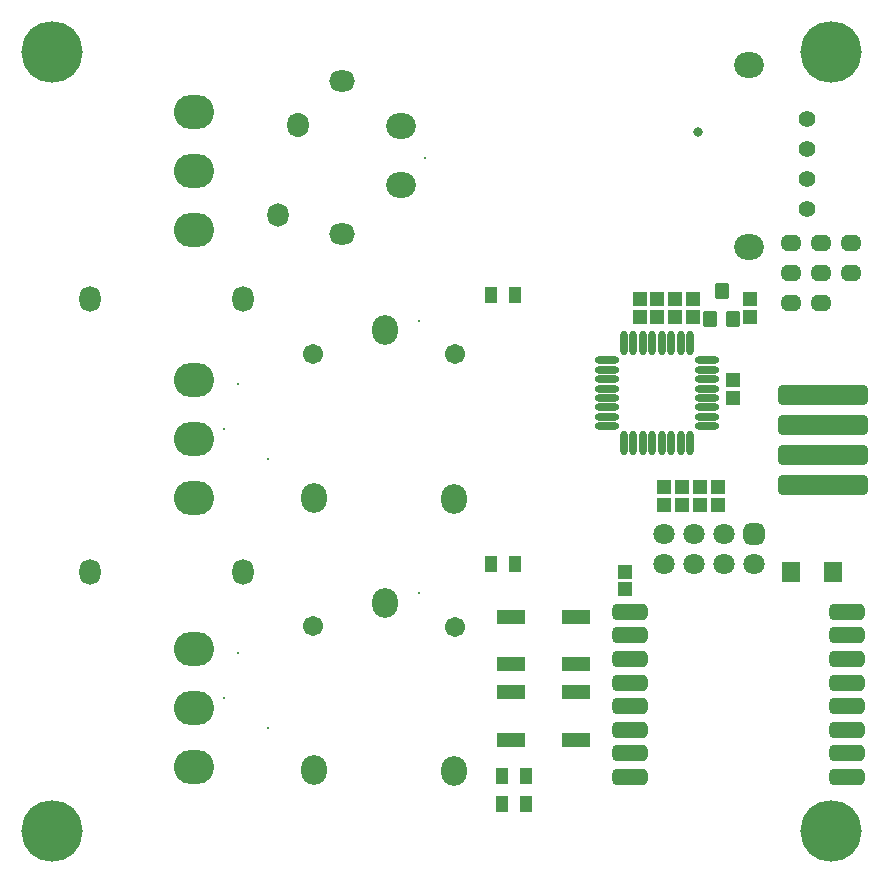
<source format=gts>
G04 Layer_Color=8388736*
%FSLAX44Y44*%
%MOMM*%
G71*
G01*
G75*
%ADD66O,2.0500X0.6500*%
G04:AMPARAMS|DCode=67|XSize=1.7272mm|YSize=7.7032mm|CornerRadius=0.4826mm|HoleSize=0mm|Usage=FLASHONLY|Rotation=90.000|XOffset=0mm|YOffset=0mm|HoleType=Round|Shape=RoundedRectangle|*
%AMROUNDEDRECTD67*
21,1,1.7272,6.7380,0,0,90.0*
21,1,0.7620,7.7032,0,0,90.0*
1,1,0.9652,3.3690,0.3810*
1,1,0.9652,3.3690,-0.3810*
1,1,0.9652,-3.3690,-0.3810*
1,1,0.9652,-3.3690,0.3810*
%
%ADD67ROUNDEDRECTD67*%
%ADD68R,1.1032X1.4032*%
%ADD69R,2.4532X1.2032*%
%ADD70O,0.6500X2.0500*%
%ADD71R,1.2032X1.2032*%
G04:AMPARAMS|DCode=72|XSize=1.2032mm|YSize=1.4032mm|CornerRadius=0.2266mm|HoleSize=0mm|Usage=FLASHONLY|Rotation=180.000|XOffset=0mm|YOffset=0mm|HoleType=Round|Shape=RoundedRectangle|*
%AMROUNDEDRECTD72*
21,1,1.2032,0.9500,0,0,180.0*
21,1,0.7500,1.4032,0,0,180.0*
1,1,0.4532,-0.3750,0.4750*
1,1,0.4532,0.3750,0.4750*
1,1,0.4532,0.3750,-0.4750*
1,1,0.4532,-0.3750,-0.4750*
%
%ADD72ROUNDEDRECTD72*%
G04:AMPARAMS|DCode=73|XSize=3.0032mm|YSize=1.4032mm|CornerRadius=0.4016mm|HoleSize=0mm|Usage=FLASHONLY|Rotation=180.000|XOffset=0mm|YOffset=0mm|HoleType=Round|Shape=RoundedRectangle|*
%AMROUNDEDRECTD73*
21,1,3.0032,0.6000,0,0,180.0*
21,1,2.2000,1.4032,0,0,180.0*
1,1,0.8032,-1.1000,0.3000*
1,1,0.8032,1.1000,0.3000*
1,1,0.8032,1.1000,-0.3000*
1,1,0.8032,-1.1000,-0.3000*
%
%ADD73ROUNDEDRECTD73*%
%ADD74R,1.5032X1.8032*%
%ADD75C,0.2032*%
%ADD76O,1.8032X2.2032*%
%ADD77C,5.2032*%
%ADD78O,3.4032X2.9032*%
%ADD79C,1.4032*%
%ADD80C,1.4040*%
%ADD81O,2.2032X1.8032*%
%ADD82O,1.8032X2.0032*%
%ADD83O,1.8032X2.1032*%
%ADD84O,2.5032X2.2032*%
%ADD85C,1.8032*%
G04:AMPARAMS|DCode=86|XSize=1.8032mm|YSize=1.8032mm|CornerRadius=0.5016mm|HoleSize=0mm|Usage=FLASHONLY|Rotation=0.000|XOffset=0mm|YOffset=0mm|HoleType=Round|Shape=RoundedRectangle|*
%AMROUNDEDRECTD86*
21,1,1.8032,0.8000,0,0,0.0*
21,1,0.8000,1.8032,0,0,0.0*
1,1,1.0032,0.4000,-0.4000*
1,1,1.0032,-0.4000,-0.4000*
1,1,1.0032,-0.4000,0.4000*
1,1,1.0032,0.4000,0.4000*
%
%ADD86ROUNDEDRECTD86*%
%ADD87O,1.8032X1.4032*%
%ADD88O,2.2032X2.5032*%
%ADD89C,1.7032*%
%ADD90C,0.8032*%
D66*
X504870Y433800D02*
D03*
Y425800D02*
D03*
Y417800D02*
D03*
Y409800D02*
D03*
Y401800D02*
D03*
X504870Y393800D02*
D03*
Y385800D02*
D03*
X504870Y377800D02*
D03*
X589870Y377800D02*
D03*
Y385800D02*
D03*
Y393800D02*
D03*
Y401800D02*
D03*
Y409800D02*
D03*
X589870Y417800D02*
D03*
X589870Y425800D02*
D03*
Y433800D02*
D03*
D67*
X687832Y327932D02*
D03*
Y353332D02*
D03*
Y378732D02*
D03*
Y404132D02*
D03*
D68*
X406854Y488950D02*
D03*
X426854D02*
D03*
X416466Y81788D02*
D03*
X436466D02*
D03*
X416466Y57658D02*
D03*
X436466D02*
D03*
X406854Y260858D02*
D03*
X426854D02*
D03*
D69*
X478604Y152588D02*
D03*
X423604D02*
D03*
Y112588D02*
D03*
X478604D02*
D03*
Y176596D02*
D03*
X423604D02*
D03*
Y216596D02*
D03*
X478604D02*
D03*
D70*
X519370Y363300D02*
D03*
X527370Y363300D02*
D03*
X535370Y363300D02*
D03*
X543370D02*
D03*
X551370D02*
D03*
X559370D02*
D03*
X567370D02*
D03*
X575370D02*
D03*
Y448300D02*
D03*
X567370D02*
D03*
X559370D02*
D03*
X551370D02*
D03*
X543370D02*
D03*
X535370D02*
D03*
X527370D02*
D03*
X519370D02*
D03*
D71*
X532638Y485274D02*
D03*
Y470274D02*
D03*
X547624Y485274D02*
D03*
Y470274D02*
D03*
X562864Y485274D02*
D03*
Y470274D02*
D03*
X577850Y485274D02*
D03*
Y470274D02*
D03*
X626110Y470274D02*
D03*
Y485274D02*
D03*
X611886Y416948D02*
D03*
Y401948D02*
D03*
X520446Y239896D02*
D03*
Y254896D02*
D03*
X553212Y326524D02*
D03*
Y311524D02*
D03*
X568706Y326524D02*
D03*
Y311524D02*
D03*
X583692Y326524D02*
D03*
Y311524D02*
D03*
X598678Y326524D02*
D03*
Y311524D02*
D03*
D72*
X612012Y468568D02*
D03*
X602012Y492568D02*
D03*
X592012Y468568D02*
D03*
D73*
X708204Y80876D02*
D03*
Y100876D02*
D03*
Y120876D02*
D03*
Y140876D02*
D03*
Y160876D02*
D03*
Y180876D02*
D03*
Y200876D02*
D03*
Y220876D02*
D03*
X524204Y80876D02*
D03*
Y100876D02*
D03*
Y120876D02*
D03*
Y140876D02*
D03*
Y160876D02*
D03*
Y180876D02*
D03*
Y200876D02*
D03*
Y220876D02*
D03*
D74*
X660688Y254254D02*
D03*
X696688D02*
D03*
D75*
X217678Y349758D02*
D03*
Y122174D02*
D03*
X180848Y375832D02*
D03*
X192532Y413932D02*
D03*
Y186182D02*
D03*
X180848Y148082D02*
D03*
X350774Y604774D02*
D03*
X345948Y467140D02*
D03*
Y236728D02*
D03*
D76*
X66826Y486000D02*
D03*
X196826D02*
D03*
Y254508D02*
D03*
X66826D02*
D03*
D77*
X34998Y34998D02*
D03*
Y694998D02*
D03*
X694998D02*
D03*
X694998Y34998D02*
D03*
D78*
X155194Y139238D02*
D03*
Y189238D02*
D03*
Y89238D02*
D03*
Y316988D02*
D03*
Y416988D02*
D03*
Y366988D02*
D03*
Y594238D02*
D03*
Y644238D02*
D03*
Y544238D02*
D03*
D79*
X674624Y562102D02*
D03*
Y587502D02*
D03*
Y612902D02*
D03*
D80*
Y638302D02*
D03*
D81*
X280924Y540536D02*
D03*
Y670536D02*
D03*
D82*
X226704Y557122D02*
D03*
D83*
X243704Y633122D02*
D03*
D84*
X330774Y581806D02*
D03*
Y631806D02*
D03*
X624774Y529806D02*
D03*
Y683806D02*
D03*
D85*
X604266Y260858D02*
D03*
Y286258D02*
D03*
X629666Y260858D02*
D03*
X578866Y286258D02*
D03*
Y260858D02*
D03*
X553466Y286258D02*
D03*
Y260858D02*
D03*
D86*
X629666Y286258D02*
D03*
D87*
X660400Y533400D02*
D03*
X685800D02*
D03*
Y508000D02*
D03*
X660400D02*
D03*
Y482600D02*
D03*
X685800D02*
D03*
X711200Y533400D02*
D03*
Y508000D02*
D03*
D88*
X375762Y86072D02*
D03*
X257144Y86834D02*
D03*
X317088Y228566D02*
D03*
Y458978D02*
D03*
X257144Y317246D02*
D03*
X375762Y316484D02*
D03*
D89*
X256128Y209008D02*
D03*
X376016Y208246D02*
D03*
Y438658D02*
D03*
X256128Y439420D02*
D03*
D90*
X581598Y626680D02*
D03*
M02*

</source>
